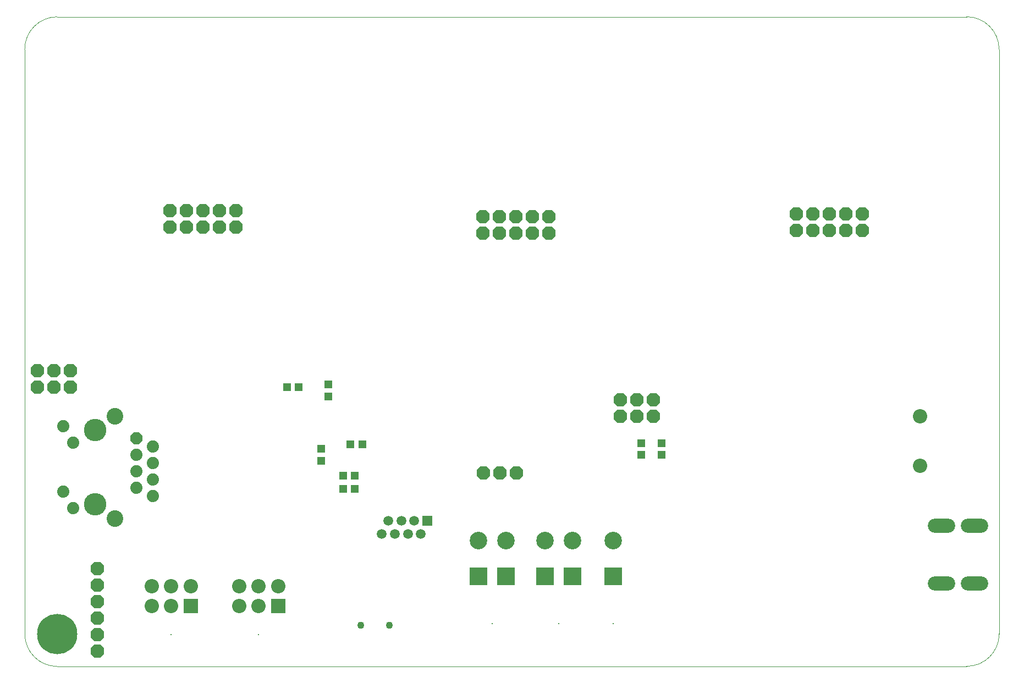
<source format=gbs>
G04 Layer_Color=16711935*
%FSLAX44Y44*%
%MOMM*%
G71*
G01*
G75*
%ADD63C,0.1000*%
%ADD73P,2.0345X8X292.5*%
%ADD98R,1.3032X1.3032*%
%ADD100R,1.3032X1.3032*%
%ADD131C,2.2032*%
%ADD132C,1.5032*%
%ADD133R,1.5032X1.5032*%
%ADD134P,2.2544X8X202.5*%
%ADD135C,2.7032*%
%ADD136R,2.7032X2.7032*%
%ADD137C,0.2032*%
%ADD138O,4.2032X2.2032*%
%ADD139C,2.2032*%
%ADD140R,2.2032X2.2032*%
%ADD141P,2.2544X8X292.5*%
%ADD142C,1.1032*%
%ADD143C,6.2032*%
%ADD144C,2.5582*%
%ADD145C,1.8796*%
%ADD146C,3.4532*%
D63*
X1450128Y-999960D02*
G03*
X1500128Y-949960I0J50000D01*
G01*
X1499960Y-49872D02*
G03*
X1449960Y127I-50000J0D01*
G01*
X49872Y-40D02*
G03*
X-127Y-50040I0J-50000D01*
G01*
X40Y-950127D02*
G03*
X50040Y-1000127I50000J0D01*
G01*
X50000Y0D02*
X1450000D01*
X0Y-950000D02*
Y-50000D01*
X50000Y-1000000D02*
X1450000D01*
X1500000Y-950000D02*
Y-50000D01*
D73*
X171450Y-648970D02*
D03*
D98*
X948690Y-674480D02*
D03*
Y-656480D02*
D03*
X980440Y-674480D02*
D03*
Y-656480D02*
D03*
X455930Y-665370D02*
D03*
Y-683370D02*
D03*
X467360Y-566310D02*
D03*
Y-584310D02*
D03*
D100*
X519540Y-657860D02*
D03*
X501540D02*
D03*
X421750Y-570230D02*
D03*
X403750D02*
D03*
X508110Y-726440D02*
D03*
X490110D02*
D03*
X508110Y-706120D02*
D03*
X490110D02*
D03*
D131*
X1377950Y-614680D02*
D03*
Y-690880D02*
D03*
D132*
X549760Y-795970D02*
D03*
X559760Y-775970D02*
D03*
X569760Y-795970D02*
D03*
X579760Y-775970D02*
D03*
X589760Y-795970D02*
D03*
X599760Y-775970D02*
D03*
X609760Y-795970D02*
D03*
D133*
X619760Y-775970D02*
D03*
D134*
X70150Y-570230D02*
D03*
X44750Y-544830D02*
D03*
Y-570230D02*
D03*
X19350Y-544830D02*
D03*
Y-570230D02*
D03*
X70150Y-544830D02*
D03*
X223520Y-323850D02*
D03*
X299720Y-298450D02*
D03*
Y-323850D02*
D03*
X274320Y-298450D02*
D03*
Y-323850D02*
D03*
X248920Y-298450D02*
D03*
Y-323850D02*
D03*
X223520Y-298450D02*
D03*
X325120Y-323850D02*
D03*
Y-298450D02*
D03*
X1289050Y-303530D02*
D03*
Y-328930D02*
D03*
X1187450Y-303530D02*
D03*
X1212850Y-328930D02*
D03*
Y-303530D02*
D03*
X1238250Y-328930D02*
D03*
Y-303530D02*
D03*
X1263650Y-328930D02*
D03*
Y-303530D02*
D03*
X1187450Y-328930D02*
D03*
X916640Y-614680D02*
D03*
X967440Y-589280D02*
D03*
Y-614680D02*
D03*
X942040Y-589280D02*
D03*
Y-614680D02*
D03*
X916640Y-589280D02*
D03*
X704850Y-332740D02*
D03*
X781050Y-307340D02*
D03*
Y-332740D02*
D03*
X755650Y-307340D02*
D03*
Y-332740D02*
D03*
X730250Y-307340D02*
D03*
Y-332740D02*
D03*
X704850Y-307340D02*
D03*
X806450Y-332740D02*
D03*
Y-307340D02*
D03*
X706120Y-702310D02*
D03*
X731520D02*
D03*
X756920D02*
D03*
D135*
X905510Y-806060D02*
D03*
X843280D02*
D03*
X801280D02*
D03*
X740410D02*
D03*
X698410D02*
D03*
D136*
X905510Y-861060D02*
D03*
X843280D02*
D03*
X801280D02*
D03*
X740410D02*
D03*
X698410D02*
D03*
D137*
X905510Y-934060D02*
D03*
X225270Y-950780D02*
D03*
X359890D02*
D03*
X822280Y-934060D02*
D03*
X719410D02*
D03*
D138*
X1410970Y-783590D02*
D03*
X1461970D02*
D03*
Y-872490D02*
D03*
X1410970D02*
D03*
D139*
X195270Y-876780D02*
D03*
X225270D02*
D03*
X255270D02*
D03*
X195270Y-906780D02*
D03*
X225270D02*
D03*
X329890Y-876780D02*
D03*
X359890D02*
D03*
X389890D02*
D03*
X329890Y-906780D02*
D03*
X359890D02*
D03*
D140*
X255270D02*
D03*
X389890D02*
D03*
D141*
X111760Y-849630D02*
D03*
Y-976630D02*
D03*
Y-875030D02*
D03*
Y-951230D02*
D03*
Y-900430D02*
D03*
Y-925830D02*
D03*
D142*
X561240Y-936380D02*
D03*
X517240D02*
D03*
D143*
X50000Y-950000D02*
D03*
D144*
X138450Y-772170D02*
D03*
Y-614670D02*
D03*
D145*
X74150Y-756670D02*
D03*
X58950Y-731270D02*
D03*
X74150Y-655570D02*
D03*
X58950Y-630170D02*
D03*
X196850Y-661670D02*
D03*
Y-687070D02*
D03*
X171450Y-699770D02*
D03*
Y-725170D02*
D03*
X196850Y-737870D02*
D03*
X171450Y-674370D02*
D03*
X196850Y-712470D02*
D03*
D146*
X107950Y-636270D02*
D03*
Y-750570D02*
D03*
M02*

</source>
